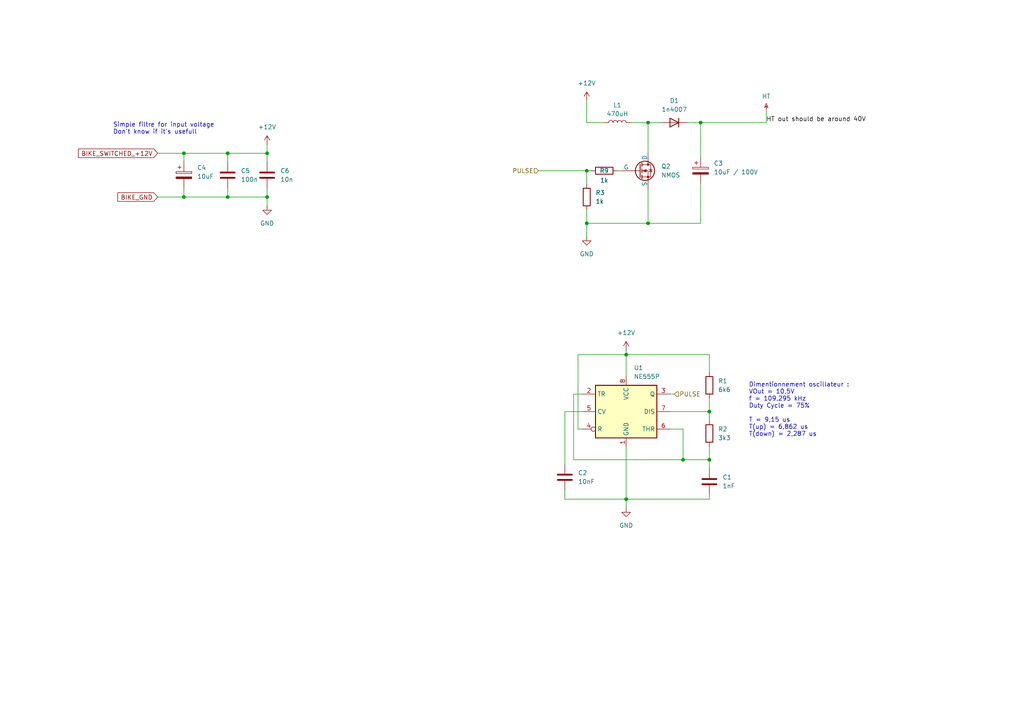
<source format=kicad_sch>
(kicad_sch (version 20231120) (generator "eeschema") (generator_version "8.0")
  (paper "A4")
  (lib_symbols
    (symbol "+12V_1" (power) (pin_numbers hide) (pin_names (offset 0) hide)
      (property "Value" "+12V" (at 0 3.556 0))
      (symbol "+12V_1_0_1"
        (polyline (pts (xy -0.762 1.27) (xy 0 2.54)))
        (polyline (pts (xy 0 0) (xy 0 2.54)))
        (polyline (pts (xy 0 2.54) (xy 0.762 1.27)))
      )
      (symbol "+12V_1_1_1"
        (pin power_in line (at 0 0 90) (length 0) (name "~") (number "1"))
      )
    )
    (symbol "+12V_2" (power) (pin_numbers hide) (pin_names (offset 0) hide)
      (property "Value" "+12V" (at 0 3.556 0))
      (symbol "+12V_2_0_1"
        (polyline (pts (xy -0.762 1.27) (xy 0 2.54)))
        (polyline (pts (xy 0 0) (xy 0 2.54)))
        (polyline (pts (xy 0 2.54) (xy 0.762 1.27)))
      )
      (symbol "+12V_2_1_1"
        (pin power_in line (at 0 0 90) (length 0) (name "~") (number "1"))
      )
    )
    (symbol "Device:C" (pin_numbers hide) (pin_names (offset 0.254))
      (property "Reference" "C" (at 0.635 2.54 0))
      (property "Value" "C" (at 0.635 -2.54 0))
      (symbol "C_0_1"
        (polyline (pts (xy -2.032 -0.762) (xy 2.032 -0.762)) (stroke (width 0.508)))
        (polyline (pts (xy -2.032 0.762) (xy 2.032 0.762)) (stroke (width 0.508)))
      )
      (symbol "C_1_1"
        (pin passive line (at 0 3.81 270) (length 2.794) (name "~") (number "1"))
        (pin passive line (at 0 -3.81 90) (length 2.794) (name "~") (number "2"))
      )
    )
    (symbol "Device:C_Polarized" (pin_numbers hide) (pin_names (offset 0.254))
      (property "Reference" "C" (at 0.635 2.54 0))
      (property "Value" "C_Polarized" (at 0.635 -2.54 0))
      (symbol "C_Polarized_0_1"
        (rectangle (start -2.286 0.508) (end 2.286 1.016))
        (polyline (pts (xy -1.778 2.286) (xy -0.762 2.286)))
        (polyline (pts (xy -1.27 2.794) (xy -1.27 1.778)))
        (rectangle (start 2.286 -0.508) (end -2.286 -1.016) (fill (type outline)))
      )
      (symbol "C_Polarized_1_1"
        (pin passive line (at 0 3.81 270) (length 2.794) (name "~") (number "1"))
        (pin passive line (at 0 -3.81 90) (length 2.794) (name "~") (number "2"))
      )
    )
    (symbol "Device:D" (pin_numbers hide) (pin_names (offset 1.016) hide)
      (property "Reference" "D" (at 0 2.54 0))
      (property "Value" "D" (at 0 -2.54 0))
      (symbol "D_0_1"
        (polyline (pts (xy -1.27 1.27) (xy -1.27 -1.27)) (stroke (width 0.254)))
        (polyline (pts (xy 1.27 0) (xy -1.27 0)))
        (polyline (pts (xy 1.27 1.27) (xy 1.27 -1.27) (xy -1.27 0) (xy 1.27 1.27)) (stroke (width 0.254)))
      )
      (symbol "D_1_1"
        (pin passive line (at -3.81 0 0) (length 2.54) (name "K") (number "1"))
        (pin passive line (at 3.81 0 180) (length 2.54) (name "A") (number "2"))
      )
    )
    (symbol "Device:L" (pin_numbers hide) (pin_names (offset 1.016) hide)
      (property "Reference" "L" (at -1.27 0 90))
      (property "Value" "L" (at 1.905 0 90))
      (symbol "L_0_1"
        (arc (start 0 -2.54) (mid 0.6323 -1.905) (end 0 -1.27))
        (arc (start 0 -1.27) (mid 0.6323 -0.635) (end 0 0))
        (arc (start 0 0) (mid 0.6323 0.635) (end 0 1.27))
        (arc (start 0 1.27) (mid 0.6323 1.905) (end 0 2.54))
      )
      (symbol "L_1_1"
        (pin passive line (at 0 3.81 270) (length 1.27) (name "1") (number "1"))
        (pin passive line (at 0 -3.81 90) (length 1.27) (name "2") (number "2"))
      )
    )
    (symbol "Device:R" (pin_numbers hide) (pin_names (offset 0))
      (property "Reference" "R" (at 2.032 0 90))
      (property "Value" "R" (at 0 0 90))
      (symbol "R_0_1"
        (rectangle (start -1.016 -2.54) (end 1.016 2.54) (stroke (width 0.254)))
      )
      (symbol "R_1_1"
        (pin passive line (at 0 3.81 270) (length 1.27) (name "~") (number "1"))
        (pin passive line (at 0 -3.81 90) (length 1.27) (name "~") (number "2"))
      )
    )
    (symbol "GND_1" (power) (pin_numbers hide) (pin_names (offset 0) hide)
      (property "Value" "GND" (at 0 -3.81 0))
      (symbol "GND_1_0_1"
        (polyline (pts (xy 0 0) (xy 0 -1.27) (xy 1.27 -1.27) (xy 0 -2.54) (xy -1.27 -1.27) (xy 0 -1.27)))
      )
      (symbol "GND_1_1_1"
        (pin power_in line (at 0 0 270) (length 0) (name "~") (number "1"))
      )
    )
    (symbol "GND_2" (power) (pin_numbers hide) (pin_names (offset 0) hide)
      (property "Value" "GND" (at 0 -3.81 0))
      (symbol "GND_2_0_1"
        (polyline (pts (xy 0 0) (xy 0 -1.27) (xy 1.27 -1.27) (xy 0 -2.54) (xy -1.27 -1.27) (xy 0 -1.27)))
      )
      (symbol "GND_2_1_1"
        (pin power_in line (at 0 0 270) (length 0) (name "~") (number "1"))
      )
    )
    (symbol "Simulation_SPICE:NMOS" (pin_numbers hide) (pin_names (offset 0))
      (property "Reference" "Q" (at 5.08 1.27 0))
      (property "Value" "NMOS" (at 5.08 -1.27 0))
      (symbol "NMOS_0_1"
        (polyline (pts (xy 0.254 0) (xy -2.54 0)))
        (polyline (pts (xy 0.254 1.905) (xy 0.254 -1.905)) (stroke (width 0.254)))
        (polyline (pts (xy 0.762 -1.27) (xy 0.762 -2.286)) (stroke (width 0.254)))
        (polyline (pts (xy 0.762 0.508) (xy 0.762 -0.508)) (stroke (width 0.254)))
        (polyline (pts (xy 0.762 2.286) (xy 0.762 1.27)) (stroke (width 0.254)))
        (polyline (pts (xy 2.54 2.54) (xy 2.54 1.778)))
        (polyline (pts (xy 2.54 -2.54) (xy 2.54 0) (xy 0.762 0)))
        (polyline (pts (xy 0.762 -1.778) (xy 3.302 -1.778) (xy 3.302 1.778) (xy 0.762 1.778)))
        (polyline (pts (xy 1.016 0) (xy 2.032 0.381) (xy 2.032 -0.381) (xy 1.016 0)) (fill (type outline)))
        (polyline (pts (xy 2.794 0.508) (xy 2.921 0.381) (xy 3.683 0.381) (xy 3.81 0.254)))
        (polyline (pts (xy 3.302 0.381) (xy 2.921 -0.254) (xy 3.683 -0.254) (xy 3.302 0.381)))
        (circle (center 1.651 0) (radius 2.794) (stroke (width 0.254)))
        (circle (center 2.54 -1.778) (radius 0.254) (fill (type outline)))
        (circle (center 2.54 1.778) (radius 0.254) (fill (type outline)))
      )
      (symbol "NMOS_1_1"
        (pin passive line (at 2.54 5.08 270) (length 2.54) (name "D") (number "1"))
        (pin input line (at -5.08 0 0) (length 2.54) (name "G") (number "2"))
        (pin passive line (at 2.54 -5.08 90) (length 2.54) (name "S") (number "3"))
      )
    )
    (symbol "Timer:NE555P"
      (property "Reference" "U" (at -10.16 8.89 0))
      (property "Value" "NE555P" (at 2.54 8.89 0))
      (symbol "NE555P_0_0"
        (pin power_in line (at 0 -10.16 90) (length 2.54) (name "GND") (number "1"))
        (pin power_in line (at 0 10.16 270) (length 2.54) (name "VCC") (number "8"))
      )
      (symbol "NE555P_0_1"
        (rectangle (start -8.89 -7.62) (end 8.89 7.62) (stroke (width 0.254)) (fill (type background)))
        (rectangle (start -8.89 -7.62) (end 8.89 7.62) (stroke (width 0.254)) (fill (type background)))
      )
      (symbol "NE555P_1_1"
        (pin input line (at -12.7 5.08 0) (length 3.81) (name "TR") (number "2"))
        (pin output line (at 12.7 5.08 180) (length 3.81) (name "Q") (number "3"))
        (pin input inverted (at -12.7 -5.08 0) (length 3.81) (name "R") (number "4"))
        (pin input line (at -12.7 0 0) (length 3.81) (name "CV") (number "5"))
        (pin input line (at 12.7 -5.08 180) (length 3.81) (name "THR") (number "6"))
        (pin input line (at 12.7 0 180) (length 3.81) (name "DIS") (number "7"))
      )
    )
    (symbol "power:+12V" (power) (pin_names (offset 0))
      (property "Value" "+12V" (at 0 3.556 0))
      (symbol "+12V_0_1"
        (polyline (pts (xy -0.762 1.27) (xy 0 2.54)))
        (polyline (pts (xy 0 0) (xy 0 2.54)))
        (polyline (pts (xy 0 2.54) (xy 0.762 1.27)))
      )
      (symbol "+12V_1_1"
        (pin power_in line (at 0 0 90) (length 0) hide (name "+12V") (number "1"))
      )
    )
    (symbol "power:GND" (power) (pin_names (offset 0))
      (property "Value" "GND" (at 0 -3.81 0))
      (symbol "GND_0_1"
        (polyline (pts (xy 0 0) (xy 0 -1.27) (xy 1.27 -1.27) (xy 0 -2.54) (xy -1.27 -1.27) (xy 0 -1.27)))
      )
      (symbol "GND_1_1"
        (pin power_in line (at 0 0 270) (length 0) hide (name "GND") (number "1"))
      )
    )
    (symbol "power:HT" (power) (pin_numbers hide) (pin_names (offset 0) hide)
      (property "Value" "HT" (at 0 3.048 0))
      (symbol "HT_0_0"
        (pin power_in line (at 0 0 90) (length 0) (name "~") (number "1"))
      )
      (symbol "HT_0_1"
        (polyline (pts (xy 0 0) (xy 0 1.016) (xy 0 1.016)))
        (polyline (pts (xy 0 1.016) (xy 0.508 0.508) (xy 0 1.778) (xy -0.508 0.508) (xy 0 1.016) (xy 0 1.016)))
      )
    )
  )
  (junction (at 205.74 119.38))
  (junction (at 198.12 133.35))
  (junction (at 66.04 57.15))
  (junction (at 187.96 35.56))
  (junction (at 170.18 64.77))
  (junction (at 53.34 44.45))
  (junction (at 66.04 44.45))
  (junction (at 187.96 64.77))
  (junction (at 53.34 57.15))
  (junction (at 205.74 133.35))
  (junction (at 170.18 49.53))
  (junction (at 181.61 102.87))
  (junction (at 77.47 57.15))
  (junction (at 77.47 44.45))
  (junction (at 181.61 144.78))
  (junction (at 203.2 35.56))
  (wire (pts (xy 168.91 114.3) (xy 166.37 114.3)))
  (wire (pts (xy 166.37 114.3) (xy 166.37 133.35)))
  (wire (pts (xy 53.34 46.99) (xy 53.34 44.45)))
  (wire (pts (xy 66.04 44.45) (xy 66.04 46.99)))
  (wire (pts (xy 66.04 54.61) (xy 66.04 57.15)))
  (wire (pts (xy 205.74 135.89) (xy 205.74 133.35)))
  (wire (pts (xy 203.2 35.56) (xy 199.39 35.56)))
  (wire (pts (xy 181.61 144.78) (xy 181.61 147.32)))
  (wire (pts (xy 45.72 44.45) (xy 53.34 44.45)))
  (wire (pts (xy 163.83 119.38) (xy 163.83 134.62)))
  (wire (pts (xy 170.18 35.56) (xy 175.26 35.56)))
  (wire (pts (xy 187.96 64.77) (xy 170.18 64.77)))
  (wire (pts (xy 182.88 35.56) (xy 187.96 35.56)))
  (wire (pts (xy 222.25 35.56) (xy 222.25 31.75)))
  (wire (pts (xy 205.74 102.87) (xy 181.61 102.87)))
  (wire (pts (xy 168.91 119.38) (xy 163.83 119.38)))
  (wire (pts (xy 198.12 133.35) (xy 205.74 133.35)))
  (wire (pts (xy 53.34 54.61) (xy 53.34 57.15)))
  (wire (pts (xy 203.2 35.56) (xy 222.25 35.56)))
  (wire (pts (xy 205.74 129.54) (xy 205.74 133.35)))
  (wire (pts (xy 163.83 142.24) (xy 163.83 144.78)))
  (wire (pts (xy 198.12 124.46) (xy 198.12 133.35)))
  (wire (pts (xy 170.18 49.53) (xy 170.18 53.34)))
  (wire (pts (xy 77.47 41.91) (xy 77.47 44.45)))
  (wire (pts (xy 167.64 102.87) (xy 167.64 124.46)))
  (wire (pts (xy 198.12 124.46) (xy 194.31 124.46)))
  (wire (pts (xy 187.96 35.56) (xy 187.96 44.45)))
  (wire (pts (xy 170.18 60.96) (xy 170.18 64.77)))
  (wire (pts (xy 170.18 64.77) (xy 170.18 68.58)))
  (wire (pts (xy 156.21 49.53) (xy 170.18 49.53)))
  (wire (pts (xy 187.96 35.56) (xy 191.77 35.56)))
  (wire (pts (xy 203.2 53.34) (xy 203.2 64.77)))
  (wire (pts (xy 66.04 57.15) (xy 77.47 57.15)))
  (wire (pts (xy 45.72 57.15) (xy 53.34 57.15)))
  (wire (pts (xy 205.74 144.78) (xy 181.61 144.78)))
  (wire (pts (xy 53.34 57.15) (xy 66.04 57.15)))
  (wire (pts (xy 77.47 57.15) (xy 77.47 59.69)))
  (wire (pts (xy 187.96 54.61) (xy 187.96 64.77)))
  (wire (pts (xy 170.18 49.53) (xy 171.45 49.53)))
  (wire (pts (xy 167.64 102.87) (xy 181.61 102.87)))
  (wire (pts (xy 194.31 114.3) (xy 195.58 114.3)))
  (wire (pts (xy 181.61 102.87) (xy 181.61 109.22)))
  (wire (pts (xy 205.74 119.38) (xy 194.31 119.38)))
  (wire (pts (xy 203.2 45.72) (xy 203.2 35.56)))
  (wire (pts (xy 163.83 144.78) (xy 181.61 144.78)))
  (wire (pts (xy 203.2 64.77) (xy 187.96 64.77)))
  (wire (pts (xy 181.61 101.6) (xy 181.61 102.87)))
  (wire (pts (xy 77.47 54.61) (xy 77.47 57.15)))
  (wire (pts (xy 181.61 129.54) (xy 181.61 144.78)))
  (wire (pts (xy 205.74 121.92) (xy 205.74 119.38)))
  (wire (pts (xy 205.74 107.95) (xy 205.74 102.87)))
  (wire (pts (xy 205.74 115.57) (xy 205.74 119.38)))
  (wire (pts (xy 166.37 133.35) (xy 198.12 133.35)))
  (wire (pts (xy 170.18 29.21) (xy 170.18 35.56)))
  (wire (pts (xy 77.47 44.45) (xy 77.47 46.99)))
  (wire (pts (xy 66.04 44.45) (xy 77.47 44.45)))
  (wire (pts (xy 53.34 44.45) (xy 66.04 44.45)))
  (wire (pts (xy 167.64 124.46) (xy 168.91 124.46)))
  (wire (pts (xy 179.07 49.53) (xy 180.34 49.53)))
  (wire (pts (xy 205.74 143.51) (xy 205.74 144.78)))
  (text "Dimentionnement oscillateur :\nVOut = 10,5V\nf = 109,295 kHz\nDuty Cycle = 75%\n\nT = 9,15 us\nT(up) = 6,862 us\nT(down) = 2,287 us\n" (at 217.17 126.746 0) (effects (font (size 1.27 1.27)) (justify left bottom)))
  (text "Simple filtre for input voltage\nDon't know if it's usefull" (at 32.766 37.338 0) (effects (font (size 1.27 1.27)) (justify left)))
  (label "HT out should be around 40V" (at 222.25 35.56 0))
  (global_label "BIKE_SWITCHED_+12V" (shape input) (at 45.72 44.45 180) (property "Intersheetrefs" "${INTERSHEET_REFS}" (effects (hide yes))))
  (global_label "BIKE_GND" (shape input) (at 45.72 57.15 180) (property "Intersheetrefs" "${INTERSHEET_REFS}" (effects (hide yes))))
  (hierarchical_label "PULSE" (shape input) (at 156.21 49.53 180))
  (hierarchical_label "PULSE" (shape input) (at 195.58 114.3 0))
  (symbol (lib_name "GND_1") (lib_id "power:GND") (at 170.18 68.58 0) (unit 1) (exclude_from_sim yes)
    (property "Reference" "#PWR01" (effects (hide yes)))
    (property "Value" "GND" (at 170.18 73.66 0))
    (property "Description" "Power symbol creates a global label with name \"GND\" , ground" (effects (hide yes)))
  )
  (symbol (lib_id "Device:C") (at 163.83 138.43 0) (unit 1) (exclude_from_sim yes)
    (property "Reference" "C2" (at 167.64 137.1599 0) (effects (justify left)))
    (property "Value" "10nF" (at 167.64 139.6999 0) (effects (justify left)))
    (property "Footprint" "Capacitor_THT:C_Axial_L5.1mm_D3.1mm_P10.00mm_Horizontal" (effects (hide yes)))
  )
  (symbol (lib_id "Device:C_Polarized") (at 203.2 49.53 0) (unit 1)
    (property "Reference" "C3" (at 207.01 47.3709 0) (effects (justify left)))
    (property "Value" "10uF / 100V" (at 207.01 49.9109 0) (effects (justify left)))
    (property "Description" "Polarized capacitor" (effects (hide yes)))
  )
  (symbol (lib_id "Simulation_SPICE:NMOS") (at 185.42 49.53 0) (unit 1)
    (property "Reference" "Q2" (at 191.77 48.2599 0) (effects (justify left)))
    (property "Value" "NMOS" (at 191.77 50.7999 0) (effects (justify left)))
    (property "Footprint" "Package_TO_SOT_THT:TO-220-3_Vertical" (effects (hide yes)))
    (property "Datasheet" "https://ngspice.sourceforge.io/docs/ngspice-html-manual/manual.xhtml#cha_MOSFETs" (effects (hide yes)))
    (property "Description" "N-MOSFET transistor, drain/source/gate" (effects (hide yes)))
    (property "Sim.Device" "NMOS" (effects (hide yes)))
    (property "Sim.Type" "VDMOS" (effects (hide yes)))
    (property "Sim.Pins" "1=D 2=G 3=S" (effects (hide yes)))
  )
  (symbol (lib_id "power:+12V") (at 181.61 101.6 0) (unit 1) (exclude_from_sim yes)
    (property "Reference" "#PWR07" (effects (hide yes)))
    (property "Value" "+12V" (at 181.61 96.52 0))
  )
  (symbol (lib_id "Device:C") (at 77.47 50.8 0) (unit 1) (exclude_from_sim yes)
    (property "Reference" "C6" (at 81.28 49.5299 0) (effects (justify left)))
    (property "Value" "10n" (at 81.28 52.0699 0) (effects (justify left)))
    (property "Description" "Unpolarized capacitor" (effects (hide yes)))
  )
  (symbol (lib_id "Device:R") (at 170.18 57.15 0) (unit 1) (exclude_from_sim yes)
    (property "Reference" "R3" (at 172.72 55.8799 0) (effects (justify left)))
    (property "Value" "1k" (at 172.72 58.4199 0) (effects (justify left)))
    (property "Footprint" "Resistor_THT:R_Axial_DIN0207_L6.3mm_D2.5mm_P10.16mm_Horizontal" (effects (hide yes)))
    (property "Description" "Resistor" (effects (hide yes)))
  )
  (symbol (lib_id "Device:L") (at 179.07 35.56 90) (unit 1) (exclude_from_sim yes)
    (property "Reference" "L1" (at 179.07 30.48 90))
    (property "Value" "470uH" (at 179.07 33.02 90))
    (property "Description" "Inductor" (effects (hide yes)))
  )
  (symbol (lib_name "GND_2") (lib_id "power:GND") (at 77.47 59.69 0) (unit 1) (exclude_from_sim yes)
    (property "Reference" "#PWR05" (effects (hide yes)))
    (property "Value" "GND" (at 77.47 64.77 0))
    (property "Description" "Power symbol creates a global label with name \"GND\" , ground" (effects (hide yes)))
  )
  (symbol (lib_name "+12V_1") (lib_id "power:+12V") (at 170.18 29.21 0) (unit 1) (exclude_from_sim yes)
    (property "Reference" "#PWR02" (effects (hide yes)))
    (property "Value" "+12V" (at 170.18 24.13 0))
    (property "Description" "Power symbol creates a global label with name \"+12V\"" (effects (hide yes)))
  )
  (symbol (lib_id "Device:R") (at 205.74 111.76 0) (unit 1) (exclude_from_sim yes)
    (property "Reference" "R1" (at 208.28 110.4899 0) (effects (justify left)))
    (property "Value" "6k6" (at 208.28 113.0299 0) (effects (justify left)))
    (property "Footprint" "Resistor_THT:R_Axial_DIN0204_L3.6mm_D1.6mm_P5.08mm_Horizontal" (effects (hide yes)))
  )
  (symbol (lib_id "Device:D") (at 195.58 35.56 180) (unit 1) (exclude_from_sim yes)
    (property "Reference" "D1" (at 195.58 29.21 0))
    (property "Value" "1n4007" (at 195.58 31.75 0))
    (property "Description" "Diode" (effects (hide yes)))
    (property "Sim.Device" "D" (effects (hide yes)))
    (property "Sim.Pins" "1=K 2=A" (effects (hide yes)))
  )
  (symbol (lib_id "Device:C_Polarized") (at 53.34 50.8 0) (unit 1) (exclude_from_sim yes)
    (property "Reference" "C4" (at 57.15 48.6409 0) (effects (justify left)))
    (property "Value" "10uF" (at 57.15 51.1809 0) (effects (justify left)))
    (property "Description" "Polarized capacitor" (effects (hide yes)))
  )
  (symbol (lib_id "Timer:NE555P") (at 181.61 119.38 0) (unit 1) (exclude_from_sim yes)
    (property "Reference" "U1" (at 183.8041 106.68 0) (effects (justify left)))
    (property "Value" "NE555P" (at 183.8041 109.22 0) (effects (justify left)))
    (property "Footprint" "Package_DIP:DIP-8_W7.62mm" (effects (hide yes)))
    (property "Datasheet" "http://www.ti.com/lit/ds/symlink/ne555.pdf" (effects (hide yes)))
  )
  (symbol (lib_id "Device:C") (at 205.74 139.7 0) (unit 1) (exclude_from_sim yes)
    (property "Reference" "C1" (at 209.55 138.43 0) (effects (justify left)))
    (property "Value" "1nF" (at 209.55 140.97 0) (effects (justify left)))
    (property "Footprint" "Capacitor_THT:C_Axial_L5.1mm_D3.1mm_P10.00mm_Horizontal" (effects (hide yes)))
  )
  (symbol (lib_name "+12V_2") (lib_id "power:+12V") (at 77.47 41.91 0) (unit 1) (exclude_from_sim yes)
    (property "Reference" "#PWR04" (effects (hide yes)))
    (property "Value" "+12V" (at 77.47 36.83 0))
    (property "Description" "Power symbol creates a global label with name \"+12V\"" (effects (hide yes)))
  )
  (symbol (lib_id "Device:R") (at 175.26 49.53 90) (mirror x) (unit 1) (exclude_from_sim yes)
    (property "Reference" "R9" (at 175.26 49.53 90))
    (property "Value" "1k" (at 175.26 52.324 90))
    (property "Footprint" "Resistor_THT:R_Axial_DIN0207_L6.3mm_D2.5mm_P10.16mm_Horizontal" (effects (hide yes)))
    (property "Description" "Resistor" (effects (hide yes)))
  )
  (symbol (lib_id "power:GND") (at 181.61 147.32 0) (unit 1) (exclude_from_sim yes)
    (property "Reference" "#PWR06" (effects (hide yes)))
    (property "Value" "GND" (at 181.61 152.4 0))
  )
  (symbol (lib_id "Device:C") (at 66.04 50.8 0) (unit 1) (exclude_from_sim yes)
    (property "Reference" "C5" (at 69.85 49.5299 0) (effects (justify left)))
    (property "Value" "100n" (at 69.85 52.0699 0) (effects (justify left)))
    (property "Description" "Unpolarized capacitor" (effects (hide yes)))
  )
  (symbol (lib_id "Device:R") (at 205.74 125.73 0) (unit 1) (exclude_from_sim yes)
    (property "Reference" "R2" (at 208.28 124.4599 0) (effects (justify left)))
    (property "Value" "3k3" (at 208.28 126.9999 0) (effects (justify left)))
    (property "Footprint" "Resistor_THT:R_Axial_DIN0204_L3.6mm_D1.6mm_P5.08mm_Horizontal" (effects (hide yes)))
  )
  (symbol (lib_id "power:HT") (at 222.25 31.75 0) (unit 1) (exclude_from_sim yes)
    (property "Reference" "#PWR03" (effects (hide yes)))
    (property "Value" "HT" (at 222.25 27.94 0))
    (property "Description" "Power symbol creates a global label with name \"HT\"" (effects (hide yes)))
  )
)
</source>
